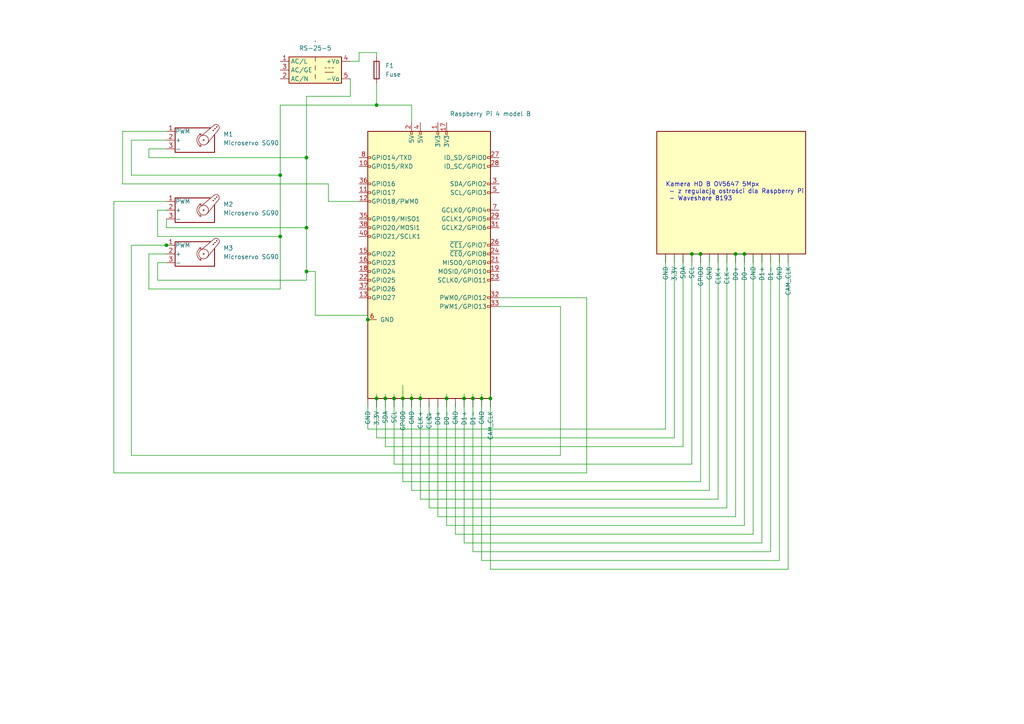
<source format=kicad_sch>
(kicad_sch (version 20230121) (generator eeschema)

  (uuid 8cecac87-9456-4611-8b09-fc9eb07c6f54)

  (paper "A4")

  (lib_symbols
    (symbol "Connector:Raspberry_Pi_2_3" (pin_names (offset 1.016)) (in_bom yes) (on_board yes)
      (property "Reference" "J1" (at 7.2741 35.56 0)
        (effects (font (size 1.27 1.27)) (justify left))
      )
      (property "Value" "Raspberry_Pi_2_3" (at 7.2741 33.02 0)
        (effects (font (size 1.27 1.27)) (justify left))
      )
      (property "Footprint" "" (at 0 0 0)
        (effects (font (size 1.27 1.27)) hide)
      )
      (property "Datasheet" "https://www.raspberrypi.org/documentation/hardware/raspberrypi/schematics/rpi_SCH_3bplus_1p0_reduced.pdf" (at 0 0 0)
        (effects (font (size 1.27 1.27)) hide)
      )
      (property "ki_keywords" "raspberrypi gpio" (at 0 0 0)
        (effects (font (size 1.27 1.27)) hide)
      )
      (property "ki_description" "expansion header for Raspberry Pi 2 & 3" (at 0 0 0)
        (effects (font (size 1.27 1.27)) hide)
      )
      (property "ki_fp_filters" "PinHeader*2x20*P2.54mm*Vertical* PinSocket*2x20*P2.54mm*Vertical*" (at 0 0 0)
        (effects (font (size 1.27 1.27)) hide)
      )
      (symbol "Raspberry_Pi_2_3_0_1"
        (rectangle (start -17.78 30.48) (end 17.78 -46.99)
          (stroke (width 0.254) (type default))
          (fill (type background))
        )
      )
      (symbol "Raspberry_Pi_2_3_1_1"
        (rectangle (start -16.891 -17.526) (end -17.78 -18.034)
          (stroke (width 0) (type default))
          (fill (type none))
        )
        (rectangle (start -16.891 -14.986) (end -17.78 -15.494)
          (stroke (width 0) (type default))
          (fill (type none))
        )
        (rectangle (start -16.891 -12.446) (end -17.78 -12.954)
          (stroke (width 0) (type default))
          (fill (type none))
        )
        (rectangle (start -16.891 -9.906) (end -17.78 -10.414)
          (stroke (width 0) (type default))
          (fill (type none))
        )
        (rectangle (start -16.891 -7.366) (end -17.78 -7.874)
          (stroke (width 0) (type default))
          (fill (type none))
        )
        (rectangle (start -16.891 -4.826) (end -17.78 -5.334)
          (stroke (width 0) (type default))
          (fill (type none))
        )
        (rectangle (start -16.891 0.254) (end -17.78 -0.254)
          (stroke (width 0) (type default))
          (fill (type none))
        )
        (rectangle (start -16.891 2.794) (end -17.78 2.286)
          (stroke (width 0) (type default))
          (fill (type none))
        )
        (rectangle (start -16.891 5.334) (end -17.78 4.826)
          (stroke (width 0) (type default))
          (fill (type none))
        )
        (rectangle (start -16.891 10.414) (end -17.78 9.906)
          (stroke (width 0) (type default))
          (fill (type none))
        )
        (rectangle (start -16.891 12.954) (end -17.78 12.446)
          (stroke (width 0) (type default))
          (fill (type none))
        )
        (rectangle (start -16.891 15.494) (end -17.78 14.986)
          (stroke (width 0) (type default))
          (fill (type none))
        )
        (rectangle (start -16.891 20.574) (end -17.78 20.066)
          (stroke (width 0) (type default))
          (fill (type none))
        )
        (rectangle (start -16.891 23.114) (end -17.78 22.606)
          (stroke (width 0) (type default))
          (fill (type none))
        )
        (rectangle (start -5.334 30.48) (end -4.826 29.591)
          (stroke (width 0) (type default))
          (fill (type none))
        )
        (rectangle (start -2.794 30.48) (end -2.286 29.591)
          (stroke (width 0) (type default))
          (fill (type none))
        )
        (rectangle (start 2.286 30.48) (end 2.794 29.591)
          (stroke (width 0) (type default))
          (fill (type none))
        )
        (rectangle (start 4.826 30.48) (end 5.334 29.591)
          (stroke (width 0) (type default))
          (fill (type none))
        )
        (rectangle (start 17.78 -20.066) (end 16.891 -20.574)
          (stroke (width 0) (type default))
          (fill (type none))
        )
        (rectangle (start 17.78 -17.526) (end 16.891 -18.034)
          (stroke (width 0) (type default))
          (fill (type none))
        )
        (rectangle (start 17.78 -12.446) (end 16.891 -12.954)
          (stroke (width 0) (type default))
          (fill (type none))
        )
        (rectangle (start 17.78 -9.906) (end 16.891 -10.414)
          (stroke (width 0) (type default))
          (fill (type none))
        )
        (rectangle (start 17.78 -7.366) (end 16.891 -7.874)
          (stroke (width 0) (type default))
          (fill (type none))
        )
        (rectangle (start 17.78 -4.826) (end 16.891 -5.334)
          (stroke (width 0) (type default))
          (fill (type none))
        )
        (rectangle (start 17.78 -2.286) (end 16.891 -2.794)
          (stroke (width 0) (type default))
          (fill (type none))
        )
        (rectangle (start 17.78 2.794) (end 16.891 2.286)
          (stroke (width 0) (type default))
          (fill (type none))
        )
        (rectangle (start 17.78 5.334) (end 16.891 4.826)
          (stroke (width 0) (type default))
          (fill (type none))
        )
        (rectangle (start 17.78 7.874) (end 16.891 7.366)
          (stroke (width 0) (type default))
          (fill (type none))
        )
        (rectangle (start 17.78 12.954) (end 16.891 12.446)
          (stroke (width 0) (type default))
          (fill (type none))
        )
        (rectangle (start 17.78 15.494) (end 16.891 14.986)
          (stroke (width 0) (type default))
          (fill (type none))
        )
        (rectangle (start 17.78 20.574) (end 16.891 20.066)
          (stroke (width 0) (type default))
          (fill (type none))
        )
        (rectangle (start 17.78 23.114) (end 16.891 22.606)
          (stroke (width 0) (type default))
          (fill (type none))
        )
        (pin power_out line (at -15.24 -46.99 270) (length 2.54)
          (name "3.3V" (effects (font (size 1.27 1.27))))
          (number "" (effects (font (size 1.27 1.27))))
        )
        (pin bidirectional line (at 17.78 -46.99 270) (length 2.54)
          (name "CAM_CLK" (effects (font (size 1.27 1.27))))
          (number "" (effects (font (size 1.27 1.27))))
        )
        (pin output line (at -2.54 -46.99 270) (length 2.54)
          (name "CLK+" (effects (font (size 1.27 1.27))))
          (number "" (effects (font (size 1.27 1.27))))
        )
        (pin output line (at 0 -46.99 270) (length 2.54)
          (name "CLK-" (effects (font (size 1.27 1.27))))
          (number "" (effects (font (size 1.27 1.27))))
        )
        (pin input line (at 2.54 -46.99 270) (length 2.54)
          (name "D0+" (effects (font (size 1.27 1.27))))
          (number "" (effects (font (size 1.27 1.27))))
        )
        (pin input line (at 5.08 -46.99 270) (length 2.54)
          (name "D0-" (effects (font (size 1.27 1.27))))
          (number "" (effects (font (size 1.27 1.27))))
        )
        (pin input line (at 10.16 -46.99 270) (length 2.54)
          (name "D1+" (effects (font (size 1.27 1.27))))
          (number "" (effects (font (size 1.27 1.27))))
        )
        (pin input line (at 12.7 -46.99 270) (length 2.54)
          (name "D1-" (effects (font (size 1.27 1.27))))
          (number "" (effects (font (size 1.27 1.27))))
        )
        (pin power_in line (at -17.78 -46.99 270) (length 2.54)
          (name "GND" (effects (font (size 1.27 1.27))))
          (number "" (effects (font (size 1.27 1.27))))
        )
        (pin power_in line (at -5.08 -46.99 270) (length 2.54)
          (name "GND" (effects (font (size 1.27 1.27))))
          (number "" (effects (font (size 1.27 1.27))))
        )
        (pin power_in line (at 7.62 -46.99 270) (length 2.54)
          (name "GND" (effects (font (size 1.27 1.27))))
          (number "" (effects (font (size 1.27 1.27))))
        )
        (pin power_in line (at 15.24 -46.99 270) (length 2.54)
          (name "GND" (effects (font (size 1.27 1.27))))
          (number "" (effects (font (size 1.27 1.27))))
        )
        (pin bidirectional line (at -7.62 -46.99 270) (length 2.54)
          (name "GPIO0" (effects (font (size 1.27 1.27))))
          (number "" (effects (font (size 1.27 1.27))))
        )
        (pin output line (at -10.16 -46.99 270) (length 2.54)
          (name "SCL" (effects (font (size 1.27 1.27))))
          (number "" (effects (font (size 1.27 1.27))))
        )
        (pin bidirectional line (at -12.7 -46.99 270) (length 2.54)
          (name "SDA" (effects (font (size 1.27 1.27))))
          (number "" (effects (font (size 1.27 1.27))))
        )
        (pin power_in line (at 2.54 33.02 270) (length 2.54)
          (name "3V3" (effects (font (size 1.27 1.27))))
          (number "1" (effects (font (size 1.27 1.27))))
        )
        (pin bidirectional line (at -20.32 20.32 0) (length 2.54)
          (name "GPIO15/RXD" (effects (font (size 1.27 1.27))))
          (number "10" (effects (font (size 1.27 1.27))))
        )
        (pin bidirectional line (at -20.32 12.7 0) (length 2.54)
          (name "GPIO17" (effects (font (size 1.27 1.27))))
          (number "11" (effects (font (size 1.27 1.27))))
        )
        (pin bidirectional line (at -20.32 10.16 0) (length 2.54)
          (name "GPIO18/PWM0" (effects (font (size 1.27 1.27))))
          (number "12" (effects (font (size 1.27 1.27))))
        )
        (pin bidirectional line (at -20.32 -17.78 0) (length 2.54)
          (name "GPIO27" (effects (font (size 1.27 1.27))))
          (number "13" (effects (font (size 1.27 1.27))))
        )
        (pin bidirectional line (at -20.32 -5.08 0) (length 2.54)
          (name "GPIO22" (effects (font (size 1.27 1.27))))
          (number "15" (effects (font (size 1.27 1.27))))
        )
        (pin bidirectional line (at -20.32 -7.62 0) (length 2.54)
          (name "GPIO23" (effects (font (size 1.27 1.27))))
          (number "16" (effects (font (size 1.27 1.27))))
        )
        (pin power_in line (at 5.08 33.02 270) (length 2.54)
          (name "3V3" (effects (font (size 1.27 1.27))))
          (number "17" (effects (font (size 1.27 1.27))))
        )
        (pin bidirectional line (at -20.32 -10.16 0) (length 2.54)
          (name "GPIO24" (effects (font (size 1.27 1.27))))
          (number "18" (effects (font (size 1.27 1.27))))
        )
        (pin bidirectional line (at 20.32 -10.16 180) (length 2.54)
          (name "MOSI0/GPIO10" (effects (font (size 1.27 1.27))))
          (number "19" (effects (font (size 1.27 1.27))))
        )
        (pin power_in line (at -5.08 33.02 270) (length 2.54)
          (name "5V" (effects (font (size 1.27 1.27))))
          (number "2" (effects (font (size 1.27 1.27))))
        )
        (pin bidirectional line (at 20.32 -7.62 180) (length 2.54)
          (name "MISO0/GPIO9" (effects (font (size 1.27 1.27))))
          (number "21" (effects (font (size 1.27 1.27))))
        )
        (pin bidirectional line (at -20.32 -12.7 0) (length 2.54)
          (name "GPIO25" (effects (font (size 1.27 1.27))))
          (number "22" (effects (font (size 1.27 1.27))))
        )
        (pin bidirectional line (at 20.32 -12.7 180) (length 2.54)
          (name "SCLK0/GPIO11" (effects (font (size 1.27 1.27))))
          (number "23" (effects (font (size 1.27 1.27))))
        )
        (pin bidirectional line (at 20.32 -5.08 180) (length 2.54)
          (name "~{CE0}/GPIO8" (effects (font (size 1.27 1.27))))
          (number "24" (effects (font (size 1.27 1.27))))
        )
        (pin bidirectional line (at 20.32 -2.54 180) (length 2.54)
          (name "~{CE1}/GPIO7" (effects (font (size 1.27 1.27))))
          (number "26" (effects (font (size 1.27 1.27))))
        )
        (pin bidirectional line (at 20.32 22.86 180) (length 2.54)
          (name "ID_SD/GPIO0" (effects (font (size 1.27 1.27))))
          (number "27" (effects (font (size 1.27 1.27))))
        )
        (pin bidirectional line (at 20.32 20.32 180) (length 2.54)
          (name "ID_SC/GPIO1" (effects (font (size 1.27 1.27))))
          (number "28" (effects (font (size 1.27 1.27))))
        )
        (pin bidirectional line (at 20.32 5.08 180) (length 2.54)
          (name "GCLK1/GPIO5" (effects (font (size 1.27 1.27))))
          (number "29" (effects (font (size 1.27 1.27))))
        )
        (pin bidirectional line (at 20.32 15.24 180) (length 2.54)
          (name "SDA/GPIO2" (effects (font (size 1.27 1.27))))
          (number "3" (effects (font (size 1.27 1.27))))
        )
        (pin bidirectional line (at 20.32 2.54 180) (length 2.54)
          (name "GCLK2/GPIO6" (effects (font (size 1.27 1.27))))
          (number "31" (effects (font (size 1.27 1.27))))
        )
        (pin bidirectional line (at 20.32 -17.78 180) (length 2.54)
          (name "PWM0/GPIO12" (effects (font (size 1.27 1.27))))
          (number "32" (effects (font (size 1.27 1.27))))
        )
        (pin bidirectional line (at 20.32 -20.32 180) (length 2.54)
          (name "PWM1/GPIO13" (effects (font (size 1.27 1.27))))
          (number "33" (effects (font (size 1.27 1.27))))
        )
        (pin bidirectional line (at -20.32 5.08 0) (length 2.54)
          (name "GPIO19/MISO1" (effects (font (size 1.27 1.27))))
          (number "35" (effects (font (size 1.27 1.27))))
        )
        (pin bidirectional line (at -20.32 15.24 0) (length 2.54)
          (name "GPIO16" (effects (font (size 1.27 1.27))))
          (number "36" (effects (font (size 1.27 1.27))))
        )
        (pin bidirectional line (at -20.32 -15.24 0) (length 2.54)
          (name "GPIO26" (effects (font (size 1.27 1.27))))
          (number "37" (effects (font (size 1.27 1.27))))
        )
        (pin bidirectional line (at -20.32 2.54 0) (length 2.54)
          (name "GPIO20/MOSI1" (effects (font (size 1.27 1.27))))
          (number "38" (effects (font (size 1.27 1.27))))
        )
        (pin power_in line (at -2.54 33.02 270) (length 2.54)
          (name "5V" (effects (font (size 1.27 1.27))))
          (number "4" (effects (font (size 1.27 1.27))))
        )
        (pin bidirectional line (at -20.32 0 0) (length 2.54)
          (name "GPIO21/SCLK1" (effects (font (size 1.27 1.27))))
          (number "40" (effects (font (size 1.27 1.27))))
        )
        (pin bidirectional line (at 20.32 12.7 180) (length 2.54)
          (name "SCL/GPIO3" (effects (font (size 1.27 1.27))))
          (number "5" (effects (font (size 1.27 1.27))))
        )
        (pin power_in line (at -17.78 -24.13 0) (length 2.54)
          (name "GND" (effects (font (size 1.27 1.27))))
          (number "6" (effects (font (size 1.27 1.27))))
        )
        (pin bidirectional line (at 20.32 7.62 180) (length 2.54)
          (name "GCLK0/GPIO4" (effects (font (size 1.27 1.27))))
          (number "7" (effects (font (size 1.27 1.27))))
        )
        (pin bidirectional line (at -20.32 22.86 0) (length 2.54)
          (name "GPIO14/TXD" (effects (font (size 1.27 1.27))))
          (number "8" (effects (font (size 1.27 1.27))))
        )
      )
    )
    (symbol "Converter_ACDC:IRM-20-5" (in_bom yes) (on_board yes)
      (property "Reference" "." (at 0 8.89 0)
        (effects (font (size 1.27 1.27)))
      )
      (property "Value" "RS-25-5" (at 0 6.35 0)
        (effects (font (size 1.27 1.27)))
      )
      (property "Footprint" "Converter_ACDC_MeanWell_RS-25-5" (at 0 -7.62 0)
        (effects (font (size 1.27 1.27)) hide)
      )
      (property "Datasheet" "https://www.meanwell.com" (at 10.16 -8.89 0)
        (effects (font (size 1.27 1.27)) hide)
      )
      (property "ki_keywords" "Miniature Module-type Power Supply MeanWell" (at 0 0 0)
        (effects (font (size 1.27 1.27)) hide)
      )
      (property "ki_description" "5V, 4A, 20W, Isolated, AC-DC, 219A(IRM20)" (at 0 0 0)
        (effects (font (size 1.27 1.27)) hide)
      )
      (property "ki_fp_filters" "Converter*ACDC*MeanWell*IRM*20*THT*" (at 0 0 0)
        (effects (font (size 1.27 1.27)) hide)
      )
      (symbol "IRM-20-5_0_1"
        (rectangle (start -7.62 3.81) (end 7.62 -3.81)
          (stroke (width 0.254) (type default))
          (fill (type background))
        )
        (polyline
          (pts
            (xy 0 -1.27)
            (xy 0 -2.54)
          )
          (stroke (width 0) (type default))
          (fill (type none))
        )
        (polyline
          (pts
            (xy 0 1.27)
            (xy 0 0)
          )
          (stroke (width 0) (type default))
          (fill (type none))
        )
        (polyline
          (pts
            (xy 0 3.81)
            (xy 0 2.54)
          )
          (stroke (width 0) (type default))
          (fill (type none))
        )
        (polyline
          (pts
            (xy 2.794 -0.635)
            (xy 5.334 -0.635)
          )
          (stroke (width 0) (type default))
          (fill (type none))
        )
        (polyline
          (pts
            (xy 2.794 0.635)
            (xy 3.302 0.635)
          )
          (stroke (width 0) (type default))
          (fill (type none))
        )
        (polyline
          (pts
            (xy 3.81 0.635)
            (xy 4.318 0.635)
          )
          (stroke (width 0) (type default))
          (fill (type none))
        )
        (polyline
          (pts
            (xy 4.826 0.635)
            (xy 5.334 0.635)
          )
          (stroke (width 0) (type default))
          (fill (type none))
        )
      )
      (symbol "IRM-20-5_1_1"
        (pin power_in line (at -10.16 2.54 0) (length 2.54)
          (name "AC/L" (effects (font (size 1.27 1.27))))
          (number "1" (effects (font (size 1.27 1.27))))
        )
        (pin power_in line (at -10.16 -2.54 0) (length 2.54)
          (name "AC/N" (effects (font (size 1.27 1.27))))
          (number "2" (effects (font (size 1.27 1.27))))
        )
        (pin power_in line (at -10.16 0 0) (length 2.54)
          (name "AC/GE" (effects (font (size 1.27 1.27))))
          (number "3" (effects (font (size 1.27 1.27))))
        )
        (pin power_out line (at 10.16 2.54 180) (length 2.54)
          (name "+Vo" (effects (font (size 1.27 1.27))))
          (number "4" (effects (font (size 1.27 1.27))))
        )
        (pin power_out line (at 10.16 -2.54 180) (length 2.54)
          (name "-Vo" (effects (font (size 1.27 1.27))))
          (number "5" (effects (font (size 1.27 1.27))))
        )
      )
    )
    (symbol "Device:Fuse" (pin_numbers hide) (pin_names (offset 0)) (in_bom yes) (on_board yes)
      (property "Reference" "F" (at 2.032 0 90)
        (effects (font (size 1.27 1.27)))
      )
      (property "Value" "Fuse" (at -1.905 0 90)
        (effects (font (size 1.27 1.27)))
      )
      (property "Footprint" "" (at -1.778 0 90)
        (effects (font (size 1.27 1.27)) hide)
      )
      (property "Datasheet" "~" (at 0 0 0)
        (effects (font (size 1.27 1.27)) hide)
      )
      (property "ki_keywords" "fuse" (at 0 0 0)
        (effects (font (size 1.27 1.27)) hide)
      )
      (property "ki_description" "Fuse" (at 0 0 0)
        (effects (font (size 1.27 1.27)) hide)
      )
      (property "ki_fp_filters" "*Fuse*" (at 0 0 0)
        (effects (font (size 1.27 1.27)) hide)
      )
      (symbol "Fuse_0_1"
        (rectangle (start -0.762 -2.54) (end 0.762 2.54)
          (stroke (width 0.254) (type default))
          (fill (type none))
        )
        (polyline
          (pts
            (xy 0 2.54)
            (xy 0 -2.54)
          )
          (stroke (width 0) (type default))
          (fill (type none))
        )
      )
      (symbol "Fuse_1_1"
        (pin passive line (at 0 3.81 270) (length 1.27)
          (name "~" (effects (font (size 1.27 1.27))))
          (number "1" (effects (font (size 1.27 1.27))))
        )
        (pin passive line (at 0 -3.81 90) (length 1.27)
          (name "~" (effects (font (size 1.27 1.27))))
          (number "2" (effects (font (size 1.27 1.27))))
        )
      )
    )
    (symbol "Motor:Motor_Servo" (pin_names (offset 0.0254)) (in_bom yes) (on_board yes)
      (property "Reference" "M" (at -5.08 4.445 0)
        (effects (font (size 1.27 1.27)) (justify left))
      )
      (property "Value" "Motor_Servo" (at -5.08 -4.064 0)
        (effects (font (size 1.27 1.27)) (justify left top))
      )
      (property "Footprint" "" (at 0 -4.826 0)
        (effects (font (size 1.27 1.27)) hide)
      )
      (property "Datasheet" "http://forums.parallax.com/uploads/attachments/46831/74481.png" (at 0 -4.826 0)
        (effects (font (size 1.27 1.27)) hide)
      )
      (property "ki_keywords" "Servo Motor" (at 0 0 0)
        (effects (font (size 1.27 1.27)) hide)
      )
      (property "ki_description" "Servo Motor (Futaba, HiTec, JR connector)" (at 0 0 0)
        (effects (font (size 1.27 1.27)) hide)
      )
      (property "ki_fp_filters" "PinHeader*P2.54mm*" (at 0 0 0)
        (effects (font (size 1.27 1.27)) hide)
      )
      (symbol "Motor_Servo_0_1"
        (polyline
          (pts
            (xy 2.413 -1.778)
            (xy 2.032 -1.778)
          )
          (stroke (width 0) (type default))
          (fill (type none))
        )
        (polyline
          (pts
            (xy 2.413 -1.778)
            (xy 2.286 -1.397)
          )
          (stroke (width 0) (type default))
          (fill (type none))
        )
        (polyline
          (pts
            (xy 2.413 1.778)
            (xy 1.905 1.778)
          )
          (stroke (width 0) (type default))
          (fill (type none))
        )
        (polyline
          (pts
            (xy 2.413 1.778)
            (xy 2.286 1.397)
          )
          (stroke (width 0) (type default))
          (fill (type none))
        )
        (polyline
          (pts
            (xy 6.35 4.445)
            (xy 2.54 1.27)
          )
          (stroke (width 0) (type default))
          (fill (type none))
        )
        (polyline
          (pts
            (xy 7.62 3.175)
            (xy 4.191 -1.016)
          )
          (stroke (width 0) (type default))
          (fill (type none))
        )
        (polyline
          (pts
            (xy 5.08 3.556)
            (xy -5.08 3.556)
            (xy -5.08 -3.556)
            (xy 6.35 -3.556)
            (xy 6.35 1.524)
          )
          (stroke (width 0.254) (type default))
          (fill (type none))
        )
        (arc (start 2.413 1.778) (mid 1.2406 0) (end 2.413 -1.778)
          (stroke (width 0) (type default))
          (fill (type none))
        )
        (circle (center 3.175 0) (radius 0.1778)
          (stroke (width 0) (type default))
          (fill (type none))
        )
        (circle (center 3.175 0) (radius 1.4224)
          (stroke (width 0) (type default))
          (fill (type none))
        )
        (circle (center 5.969 2.794) (radius 0.127)
          (stroke (width 0) (type default))
          (fill (type none))
        )
        (circle (center 6.477 3.302) (radius 0.127)
          (stroke (width 0) (type default))
          (fill (type none))
        )
        (circle (center 6.985 3.81) (radius 0.127)
          (stroke (width 0) (type default))
          (fill (type none))
        )
        (arc (start 7.62 3.175) (mid 7.4485 4.2735) (end 6.35 4.445)
          (stroke (width 0) (type default))
          (fill (type none))
        )
      )
      (symbol "Motor_Servo_1_1"
        (pin passive line (at -7.62 2.54 0) (length 2.54)
          (name "PWM" (effects (font (size 1.27 1.27))))
          (number "1" (effects (font (size 1.27 1.27))))
        )
        (pin passive line (at -7.62 0 0) (length 2.54)
          (name "+" (effects (font (size 1.27 1.27))))
          (number "2" (effects (font (size 1.27 1.27))))
        )
        (pin passive line (at -7.62 -2.54 0) (length 2.54)
          (name "-" (effects (font (size 1.27 1.27))))
          (number "3" (effects (font (size 1.27 1.27))))
        )
      )
    )
    (symbol "Sensor_Optical:Flir_LEPTON" (pin_names (offset 1.016)) (in_bom yes) (on_board yes)
      (property "Reference" "U1" (at 4.7341 22.86 0)
        (effects (font (size 1.27 1.27)) (justify left))
      )
      (property "Value" "Flir_LEPTON" (at 4.7341 20.32 0)
        (effects (font (size 1.27 1.27)) (justify left))
      )
      (property "Footprint" "" (at -17.78 19.05 0)
        (effects (font (size 1.27 1.27)) hide)
      )
      (property "Datasheet" "https://cdn.sparkfun.com/datasheets/Sensors/Infrared/FLIR_Lepton_Data_Brief.pdf" (at -15.24 21.59 0)
        (effects (font (size 1.27 1.27)) hide)
      )
      (property "ki_keywords" "LWIR camera" (at 0 0 0)
        (effects (font (size 1.27 1.27)) hide)
      )
      (property "ki_description" "LWIR camera 8 to 14um 80x60 pixel" (at 0 0 0)
        (effects (font (size 1.27 1.27)) hide)
      )
      (property "ki_fp_filters" "*105028*1001* *105028*2011*" (at 0 0 0)
        (effects (font (size 1.27 1.27)) hide)
      )
      (symbol "Flir_LEPTON_0_1"
        (rectangle (start -15.24 17.78) (end 27.94 -17.78)
          (stroke (width 0.254) (type default))
          (fill (type background))
        )
      )
      (symbol "Flir_LEPTON_1_1"
        (pin power_out line (at -10.16 -17.78 270) (length 2.54)
          (name "3.3V" (effects (font (size 1.27 1.27))))
          (number "" (effects (font (size 1.27 1.27))))
        )
        (pin bidirectional line (at 22.86 -17.78 270) (length 2.54)
          (name "CAM_CLK" (effects (font (size 1.27 1.27))))
          (number "" (effects (font (size 1.27 1.27))))
        )
        (pin output line (at 2.54 -17.78 270) (length 2.54)
          (name "CLK+" (effects (font (size 1.27 1.27))))
          (number "" (effects (font (size 1.27 1.27))))
        )
        (pin output line (at 5.08 -17.78 270) (length 2.54)
          (name "CLK-" (effects (font (size 1.27 1.27))))
          (number "" (effects (font (size 1.27 1.27))))
        )
        (pin input line (at 7.62 -17.78 270) (length 2.54)
          (name "D0+" (effects (font (size 1.27 1.27))))
          (number "" (effects (font (size 1.27 1.27))))
        )
        (pin input line (at 10.16 -17.78 270) (length 2.54)
          (name "D0-" (effects (font (size 1.27 1.27))))
          (number "" (effects (font (size 1.27 1.27))))
        )
        (pin input line (at 15.24 -17.78 270) (length 2.54)
          (name "D1+" (effects (font (size 1.27 1.27))))
          (number "" (effects (font (size 1.27 1.27))))
        )
        (pin input line (at 17.78 -17.78 270) (length 2.54)
          (name "D1-" (effects (font (size 1.27 1.27))))
          (number "" (effects (font (size 1.27 1.27))))
        )
        (pin power_in line (at -12.7 -17.78 270) (length 2.54)
          (name "GND" (effects (font (size 1.27 1.27))))
          (number "" (effects (font (size 1.27 1.27))))
        )
        (pin power_in line (at 0 -17.78 270) (length 2.54)
          (name "GND" (effects (font (size 1.27 1.27))))
          (number "" (effects (font (size 1.27 1.27))))
        )
        (pin power_in line (at 12.7 -17.78 270) (length 2.54)
          (name "GND" (effects (font (size 1.27 1.27))))
          (number "" (effects (font (size 1.27 1.27))))
        )
        (pin power_in line (at 20.32 -17.78 270) (length 2.54)
          (name "GND" (effects (font (size 1.27 1.27))))
          (number "" (effects (font (size 1.27 1.27))))
        )
        (pin bidirectional line (at -2.54 -17.78 270) (length 2.54)
          (name "GPIO0" (effects (font (size 1.27 1.27))))
          (number "" (effects (font (size 1.27 1.27))))
        )
        (pin output line (at -5.08 -17.78 270) (length 2.54)
          (name "SCL" (effects (font (size 1.27 1.27))))
          (number "" (effects (font (size 1.27 1.27))))
        )
        (pin bidirectional line (at -7.62 -17.78 270) (length 2.54)
          (name "SDA" (effects (font (size 1.27 1.27))))
          (number "" (effects (font (size 1.27 1.27))))
        )
      )
    )
  )

  (junction (at 106.68 92.71) (diameter 0) (color 0 0 0 0)
    (uuid 02f90309-ea05-4695-af74-2867e86f24b8)
  )
  (junction (at 116.84 115.57) (diameter 0) (color 0 0 0 0)
    (uuid 24a6f0be-ad99-4581-9ce3-aa6457b36502)
  )
  (junction (at 81.28 68.58) (diameter 0) (color 0 0 0 0)
    (uuid 28a027a2-c1d5-4480-a94b-9e7059a807b5)
  )
  (junction (at 203.2 73.66) (diameter 0) (color 0 0 0 0)
    (uuid 42b334c0-e751-461f-806a-1725e9dd82b4)
  )
  (junction (at 215.9 73.66) (diameter 0) (color 0 0 0 0)
    (uuid 534d3745-3bda-4ef3-83e3-48e8bf3a86e7)
  )
  (junction (at 88.9 66.04) (diameter 0) (color 0 0 0 0)
    (uuid 5c75effb-9e23-4022-812b-697db750bafa)
  )
  (junction (at 200.66 73.66) (diameter 0) (color 0 0 0 0)
    (uuid 60802c26-fa59-4bc2-a2bd-d90caefe41ce)
  )
  (junction (at 81.28 50.8) (diameter 0) (color 0 0 0 0)
    (uuid 657463b7-80f8-4c61-90f6-315b7520ae27)
  )
  (junction (at 129.54 115.57) (diameter 0) (color 0 0 0 0)
    (uuid 68d8c465-1d6f-46e4-adf5-cfbabf778bf0)
  )
  (junction (at 111.76 115.57) (diameter 0) (color 0 0 0 0)
    (uuid 77481c2b-db26-4711-b8a6-42cd8066616b)
  )
  (junction (at 109.22 115.57) (diameter 0) (color 0 0 0 0)
    (uuid 82d447ea-c3fd-4bc6-a001-d441fdb2bdc9)
  )
  (junction (at 137.16 115.57) (diameter 0) (color 0 0 0 0)
    (uuid 9259992e-3801-41c2-854d-88d6788e70d0)
  )
  (junction (at 213.36 73.66) (diameter 0) (color 0 0 0 0)
    (uuid 9580e77a-1f5d-4384-af01-5957b7fbb994)
  )
  (junction (at 134.62 115.57) (diameter 0) (color 0 0 0 0)
    (uuid ae43b9d9-843c-4b9a-8632-4f0acbb6e5a8)
  )
  (junction (at 48.26 71.12) (diameter 0) (color 0 0 0 0)
    (uuid b07ca544-0f4d-4586-a50b-d969d95128b9)
  )
  (junction (at 139.7 115.57) (diameter 0) (color 0 0 0 0)
    (uuid be807580-2d30-49dc-ba30-5697aa73c68b)
  )
  (junction (at 119.38 115.57) (diameter 0) (color 0 0 0 0)
    (uuid c1b018aa-2f9a-4d2b-a0af-e32bb2729570)
  )
  (junction (at 142.24 115.57) (diameter 0) (color 0 0 0 0)
    (uuid c5ab090e-c5ae-4a84-8a29-9c08c9e1abcf)
  )
  (junction (at 109.22 30.48) (diameter 0) (color 0 0 0 0)
    (uuid cb93cfed-aaf1-430e-a383-03a4f1c472e1)
  )
  (junction (at 88.9 45.72) (diameter 0) (color 0 0 0 0)
    (uuid cdea9cd5-8875-42ea-8797-9e3460c8cceb)
  )
  (junction (at 121.92 115.57) (diameter 0) (color 0 0 0 0)
    (uuid d48994dd-7f08-4dab-b7c7-029db6758e8b)
  )
  (junction (at 114.3 115.57) (diameter 0) (color 0 0 0 0)
    (uuid e02b01d8-d7b3-42ce-8dde-ca0b6e63b7b9)
  )
  (junction (at 88.9 78.74) (diameter 0) (color 0 0 0 0)
    (uuid f25612ea-c2a0-42e2-a334-a00e2fd0d1cb)
  )

  (wire (pts (xy 170.18 86.36) (xy 144.78 86.36))
    (stroke (width 0) (type default))
    (uuid 031f81f7-1231-424c-bbb3-2bbef35b2aae)
  )
  (wire (pts (xy 106.68 124.46) (xy 193.04 124.46))
    (stroke (width 0) (type default))
    (uuid 0671c68f-1b9a-4152-bf45-3b6e31968366)
  )
  (wire (pts (xy 124.46 147.32) (xy 210.82 147.32))
    (stroke (width 0) (type default))
    (uuid 06829197-5ce6-4fe7-b051-fe18ccdd4bdc)
  )
  (wire (pts (xy 116.84 111.76) (xy 116.84 115.57))
    (stroke (width 0) (type default))
    (uuid 0915d972-54cb-4fb2-a5e7-2adc56ff0267)
  )
  (wire (pts (xy 109.22 24.13) (xy 109.22 30.48))
    (stroke (width 0) (type default))
    (uuid 09a3a8e8-8163-4812-9465-6b652c82e415)
  )
  (wire (pts (xy 132.08 154.94) (xy 218.44 154.94))
    (stroke (width 0) (type default))
    (uuid 0dc7c9a6-59a1-4fd0-a2ff-3b8d2e32b323)
  )
  (wire (pts (xy 220.98 157.48) (xy 220.98 73.66))
    (stroke (width 0) (type default))
    (uuid 0f754af5-997e-490b-8c02-0d478f0638c4)
  )
  (wire (pts (xy 162.56 132.08) (xy 162.56 88.9))
    (stroke (width 0) (type default))
    (uuid 10cb4c09-f1d4-4a8b-ab15-26e0317b3735)
  )
  (wire (pts (xy 208.28 73.66) (xy 208.28 144.78))
    (stroke (width 0) (type default))
    (uuid 21d5975b-1465-452e-bb89-5bf5b43929b3)
  )
  (wire (pts (xy 198.12 129.54) (xy 198.12 73.66))
    (stroke (width 0) (type default))
    (uuid 23353d4f-2fd4-4c98-a3ee-831f09ce98b1)
  )
  (wire (pts (xy 132.08 116.84) (xy 132.08 154.94))
    (stroke (width 0) (type default))
    (uuid 259c5239-677d-4ba6-bd7f-21fc358314eb)
  )
  (wire (pts (xy 129.54 114.3) (xy 129.54 115.57))
    (stroke (width 0) (type default))
    (uuid 266553d6-6d6b-489c-81e0-6b750020edca)
  )
  (wire (pts (xy 88.9 78.74) (xy 88.9 81.28))
    (stroke (width 0) (type default))
    (uuid 27bd95bd-dd96-42f2-b0b9-266e3e486b99)
  )
  (wire (pts (xy 226.06 162.56) (xy 226.06 73.66))
    (stroke (width 0) (type default))
    (uuid 2948f2e2-c118-4272-8736-a8ca1bf8c772)
  )
  (wire (pts (xy 111.76 115.57) (xy 111.76 129.54))
    (stroke (width 0) (type default))
    (uuid 29a17ff1-038a-432f-90b5-4d5ff124a346)
  )
  (wire (pts (xy 35.56 53.34) (xy 95.25 53.34))
    (stroke (width 0) (type default))
    (uuid 2b00ffe7-2060-4967-9542-4327c194311c)
  )
  (wire (pts (xy 119.38 35.56) (xy 119.38 30.48))
    (stroke (width 0) (type default))
    (uuid 31001c64-1fce-4058-b70d-32f2fadceb59)
  )
  (wire (pts (xy 127 116.84) (xy 127 149.86))
    (stroke (width 0) (type default))
    (uuid 362158af-d3ab-42fe-a1bf-629761742781)
  )
  (wire (pts (xy 38.1 71.12) (xy 48.26 71.12))
    (stroke (width 0) (type default))
    (uuid 38abd5e8-c537-4e1c-bfb0-cd11b8456b98)
  )
  (wire (pts (xy 38.1 50.8) (xy 38.1 40.64))
    (stroke (width 0) (type default))
    (uuid 418790d7-aac3-428f-b9b1-bcd1d2a0d704)
  )
  (wire (pts (xy 45.72 60.96) (xy 48.26 60.96))
    (stroke (width 0) (type default))
    (uuid 449a2757-4320-4a4c-a69f-86ee708829b9)
  )
  (wire (pts (xy 81.28 68.58) (xy 81.28 83.82))
    (stroke (width 0) (type default))
    (uuid 44e3e2dc-0a54-4ce6-a27e-38624f291cff)
  )
  (wire (pts (xy 109.22 30.48) (xy 81.28 30.48))
    (stroke (width 0) (type default))
    (uuid 4582085a-2062-4527-921b-ee63c1b5434f)
  )
  (wire (pts (xy 43.18 83.82) (xy 81.28 83.82))
    (stroke (width 0) (type default))
    (uuid 45867ec2-9781-4330-9265-3f029d6c05d5)
  )
  (wire (pts (xy 95.25 53.34) (xy 95.25 58.42))
    (stroke (width 0) (type default))
    (uuid 4687fb88-a17b-4a2b-ac24-a178bd9256a6)
  )
  (wire (pts (xy 43.18 73.66) (xy 48.26 73.66))
    (stroke (width 0) (type default))
    (uuid 4ade6e0e-3fb7-4f7a-824d-43896c678441)
  )
  (wire (pts (xy 121.92 144.78) (xy 208.28 144.78))
    (stroke (width 0) (type default))
    (uuid 4b13ed0f-bc35-4a47-800e-7bc58265f227)
  )
  (wire (pts (xy 38.1 50.8) (xy 81.28 50.8))
    (stroke (width 0) (type default))
    (uuid 4f4fa56a-01d3-4e43-a8de-2ebe1eacb201)
  )
  (wire (pts (xy 210.82 73.66) (xy 210.82 147.32))
    (stroke (width 0) (type default))
    (uuid 53d96cb0-0b56-4cf0-aa2e-4b6aca255861)
  )
  (wire (pts (xy 200.66 73.66) (xy 200.66 134.62))
    (stroke (width 0) (type default))
    (uuid 570123db-99b1-4c37-aa27-34c1b43e0b55)
  )
  (wire (pts (xy 45.72 68.58) (xy 81.28 68.58))
    (stroke (width 0) (type default))
    (uuid 5742b9cc-2c02-4ebc-b7ef-aacc6c847c4c)
  )
  (wire (pts (xy 215.9 152.4) (xy 215.9 73.66))
    (stroke (width 0) (type default))
    (uuid 600af71d-5c0f-4d81-8abd-60180dc313b7)
  )
  (wire (pts (xy 109.22 15.24) (xy 109.22 16.51))
    (stroke (width 0) (type default))
    (uuid 60a09d55-d0a5-4911-8e09-e383e354e58c)
  )
  (wire (pts (xy 121.92 114.3) (xy 121.92 115.57))
    (stroke (width 0) (type default))
    (uuid 63755248-e9a7-4293-9bc6-e8979c7ad671)
  )
  (wire (pts (xy 137.16 114.3) (xy 137.16 115.57))
    (stroke (width 0) (type default))
    (uuid 640bcd3d-ae5f-4fa1-9fde-7159bac2813d)
  )
  (wire (pts (xy 81.28 30.48) (xy 81.28 50.8))
    (stroke (width 0) (type default))
    (uuid 66043843-572b-4db6-bc95-ea6192c76f63)
  )
  (wire (pts (xy 48.26 43.18) (xy 43.18 43.18))
    (stroke (width 0) (type default))
    (uuid 6d53c679-9441-4044-a0b7-231d92c90669)
  )
  (wire (pts (xy 139.7 115.57) (xy 139.7 162.56))
    (stroke (width 0) (type default))
    (uuid 6fd964de-7ac8-4efa-8c42-987e59f479e0)
  )
  (wire (pts (xy 111.76 114.3) (xy 111.76 115.57))
    (stroke (width 0) (type default))
    (uuid 7104677d-fb46-4015-858a-a90634d0000b)
  )
  (wire (pts (xy 162.56 88.9) (xy 144.78 88.9))
    (stroke (width 0) (type default))
    (uuid 717feed0-63ea-4d95-a263-0f092de159ca)
  )
  (wire (pts (xy 43.18 83.82) (xy 43.18 73.66))
    (stroke (width 0) (type default))
    (uuid 7222301f-d6d6-46d3-8859-71d23c59e118)
  )
  (wire (pts (xy 104.14 15.24) (xy 104.14 17.78))
    (stroke (width 0) (type default))
    (uuid 7741dd71-13d0-445c-b5b6-da66d6f1e312)
  )
  (wire (pts (xy 38.1 40.64) (xy 48.26 40.64))
    (stroke (width 0) (type default))
    (uuid 788bfbf6-9aef-4d82-afb4-9dc07141176c)
  )
  (wire (pts (xy 95.25 58.42) (xy 104.14 58.42))
    (stroke (width 0) (type default))
    (uuid 7c5135ae-7ff1-4838-bee3-cde41654c1ae)
  )
  (wire (pts (xy 213.36 73.66) (xy 213.36 149.86))
    (stroke (width 0) (type default))
    (uuid 7ec79609-3f62-4629-a1fe-b021174f337e)
  )
  (wire (pts (xy 119.38 114.3) (xy 119.38 115.57))
    (stroke (width 0) (type default))
    (uuid 7f390e51-8a1d-41dd-9eac-8e61ea83ef19)
  )
  (wire (pts (xy 48.26 71.12) (xy 49.53 71.12))
    (stroke (width 0) (type default))
    (uuid 8014b59f-34f9-423a-89cd-1b49c5ceac87)
  )
  (wire (pts (xy 48.26 76.2) (xy 45.72 76.2))
    (stroke (width 0) (type default))
    (uuid 84f3096a-f55c-4f5d-8034-97d54a459d32)
  )
  (wire (pts (xy 81.28 50.8) (xy 81.28 68.58))
    (stroke (width 0) (type default))
    (uuid 86c35bee-e4a3-4ecc-b280-8f298ef21f41)
  )
  (wire (pts (xy 124.46 116.84) (xy 124.46 147.32))
    (stroke (width 0) (type default))
    (uuid 8782ff51-bea6-4c35-8a10-cab5b078a5b9)
  )
  (wire (pts (xy 88.9 45.72) (xy 88.9 66.04))
    (stroke (width 0) (type default))
    (uuid 8e458390-19b3-46de-9133-13a0d88f6867)
  )
  (wire (pts (xy 218.44 73.66) (xy 218.44 154.94))
    (stroke (width 0) (type default))
    (uuid 8e55c16f-3cd4-4035-8480-ea04a0501fbd)
  )
  (wire (pts (xy 109.22 114.3) (xy 109.22 115.57))
    (stroke (width 0) (type default))
    (uuid 8ef51a12-1051-433a-87c5-3c4aceec6a1c)
  )
  (wire (pts (xy 129.54 152.4) (xy 215.9 152.4))
    (stroke (width 0) (type default))
    (uuid 9147dc80-5aab-43e5-83ed-17f7a6f51035)
  )
  (wire (pts (xy 116.84 115.57) (xy 116.84 139.7))
    (stroke (width 0) (type default))
    (uuid 9164c73e-5dad-4174-959f-eb25fdf9e2d5)
  )
  (wire (pts (xy 106.68 91.44) (xy 91.44 91.44))
    (stroke (width 0) (type default))
    (uuid 916ae6f3-dbe4-4bc2-bbe0-301f588fc72c)
  )
  (wire (pts (xy 43.18 45.72) (xy 88.9 45.72))
    (stroke (width 0) (type default))
    (uuid 93ac6f19-6d36-4bdb-a9a7-44a42798045f)
  )
  (wire (pts (xy 109.22 115.57) (xy 109.22 127))
    (stroke (width 0) (type default))
    (uuid 94ffd9b2-b402-47e1-967f-46b6bcc15672)
  )
  (wire (pts (xy 137.16 160.02) (xy 223.52 160.02))
    (stroke (width 0) (type default))
    (uuid 968c6a43-cc2c-4126-8089-fc8d646255b0)
  )
  (wire (pts (xy 114.3 114.3) (xy 114.3 115.57))
    (stroke (width 0) (type default))
    (uuid 97621d93-2ee8-4889-b624-dd2f1c42fba7)
  )
  (wire (pts (xy 101.6 17.78) (xy 104.14 17.78))
    (stroke (width 0) (type default))
    (uuid 9dd2fc0e-a577-4042-b1f4-89f90970cf06)
  )
  (wire (pts (xy 137.16 115.57) (xy 137.16 160.02))
    (stroke (width 0) (type default))
    (uuid a29cb276-c0e4-4999-b0aa-c4c26071d21e)
  )
  (wire (pts (xy 116.84 139.7) (xy 203.2 139.7))
    (stroke (width 0) (type default))
    (uuid a5e689d7-ff9f-48c1-9970-4a8dffb775b0)
  )
  (wire (pts (xy 203.2 73.66) (xy 203.2 139.7))
    (stroke (width 0) (type default))
    (uuid a8cf8ed6-80b6-43f6-8309-ee88fe79c8e2)
  )
  (wire (pts (xy 129.54 115.57) (xy 129.54 152.4))
    (stroke (width 0) (type default))
    (uuid a9c8425d-bdc8-4778-a8a6-1f379c6d87e6)
  )
  (wire (pts (xy 119.38 115.57) (xy 119.38 142.24))
    (stroke (width 0) (type default))
    (uuid ab90439e-cf96-4ae8-98e6-9222ab2d3d49)
  )
  (wire (pts (xy 114.3 134.62) (xy 200.66 134.62))
    (stroke (width 0) (type default))
    (uuid ac0fc175-8d77-4431-90db-54955b9361d1)
  )
  (wire (pts (xy 43.18 43.18) (xy 43.18 45.72))
    (stroke (width 0) (type default))
    (uuid b4b8816f-52b9-419a-9a5c-7c871b494119)
  )
  (wire (pts (xy 35.56 38.1) (xy 35.56 53.34))
    (stroke (width 0) (type default))
    (uuid b5f2f018-49c0-425b-8296-a66922796642)
  )
  (wire (pts (xy 45.72 81.28) (xy 88.9 81.28))
    (stroke (width 0) (type default))
    (uuid b659e76c-5d9a-4c75-b1bb-9387a522e9d0)
  )
  (wire (pts (xy 205.74 73.66) (xy 205.74 142.24))
    (stroke (width 0) (type default))
    (uuid b6e072c6-a4fd-4dda-bcf9-969f2b6cce3a)
  )
  (wire (pts (xy 88.9 27.94) (xy 88.9 45.72))
    (stroke (width 0) (type default))
    (uuid b819c11b-2b06-427e-9abe-be1f2dc7efe2)
  )
  (wire (pts (xy 109.22 30.48) (xy 119.38 30.48))
    (stroke (width 0) (type default))
    (uuid bbd722eb-100e-4262-bd86-29c11ddebd32)
  )
  (wire (pts (xy 91.44 78.74) (xy 88.9 78.74))
    (stroke (width 0) (type default))
    (uuid bca0bf52-39d4-4625-9bc0-ced76e9c8dbd)
  )
  (wire (pts (xy 101.6 22.86) (xy 101.6 27.94))
    (stroke (width 0) (type default))
    (uuid c00e1ff5-406e-4bf4-94ac-41b5570d042d)
  )
  (wire (pts (xy 38.1 132.08) (xy 162.56 132.08))
    (stroke (width 0) (type default))
    (uuid c1aea448-ba20-4b3e-a312-45bc7e719adc)
  )
  (wire (pts (xy 228.6 73.66) (xy 228.6 165.1))
    (stroke (width 0) (type default))
    (uuid c37d1e39-c0b8-4792-99da-61270af20fd4)
  )
  (wire (pts (xy 114.3 115.57) (xy 114.3 134.62))
    (stroke (width 0) (type default))
    (uuid c485db09-9280-4f09-9e4f-06ebfb2dc81b)
  )
  (wire (pts (xy 45.72 68.58) (xy 45.72 60.96))
    (stroke (width 0) (type default))
    (uuid c5510047-1d88-40fd-a1b7-81a3f441ad61)
  )
  (wire (pts (xy 134.62 115.57) (xy 134.62 157.48))
    (stroke (width 0) (type default))
    (uuid cbc52bbd-f82f-497f-83ee-48373759824d)
  )
  (wire (pts (xy 48.26 38.1) (xy 35.56 38.1))
    (stroke (width 0) (type default))
    (uuid cbecc49b-46f0-453b-9a57-8ef3712fadbd)
  )
  (wire (pts (xy 88.9 66.04) (xy 88.9 78.74))
    (stroke (width 0) (type default))
    (uuid ceb8df5a-99d9-4650-a6fb-594d8fa5487f)
  )
  (wire (pts (xy 142.24 115.57) (xy 142.24 165.1))
    (stroke (width 0) (type default))
    (uuid d328a8ce-96ed-4a6f-9a78-b0c1388f03df)
  )
  (wire (pts (xy 142.24 165.1) (xy 228.6 165.1))
    (stroke (width 0) (type default))
    (uuid daacb257-2bab-4e33-bf5a-b080cc42bc7c)
  )
  (wire (pts (xy 139.7 162.56) (xy 226.06 162.56))
    (stroke (width 0) (type default))
    (uuid db161f09-4774-4823-9a62-c8af3aac2f4f)
  )
  (wire (pts (xy 45.72 76.2) (xy 45.72 81.28))
    (stroke (width 0) (type default))
    (uuid db9e9a55-4b03-42f1-b612-8ecb095306d5)
  )
  (wire (pts (xy 195.58 127) (xy 195.58 73.66))
    (stroke (width 0) (type default))
    (uuid de1bcadd-a177-4de1-96e1-3b7b3ceedf33)
  )
  (wire (pts (xy 38.1 71.12) (xy 38.1 132.08))
    (stroke (width 0) (type default))
    (uuid e54d74dd-ce45-49ea-9abe-6e55387caf03)
  )
  (wire (pts (xy 106.68 92.71) (xy 106.68 91.44))
    (stroke (width 0) (type default))
    (uuid e5f6e0d3-ed93-4ccc-9689-a42d2d0696af)
  )
  (wire (pts (xy 193.04 124.46) (xy 193.04 73.66))
    (stroke (width 0) (type default))
    (uuid e676064f-0a86-4cee-a3f2-68ca5211ab77)
  )
  (wire (pts (xy 91.44 78.74) (xy 91.44 91.44))
    (stroke (width 0) (type default))
    (uuid e6968b20-09bb-4367-94ef-b6b485116d0a)
  )
  (wire (pts (xy 127 149.86) (xy 213.36 149.86))
    (stroke (width 0) (type default))
    (uuid e861faf0-e5b1-40db-a0aa-dee272f4977d)
  )
  (wire (pts (xy 119.38 142.24) (xy 205.74 142.24))
    (stroke (width 0) (type default))
    (uuid e88005bd-1a85-4f1f-b61d-bba9b8734f57)
  )
  (wire (pts (xy 111.76 129.54) (xy 198.12 129.54))
    (stroke (width 0) (type default))
    (uuid ea350c8d-756b-4520-88f8-c2fdd8823fe9)
  )
  (wire (pts (xy 200.66 73.66) (xy 203.2 73.66))
    (stroke (width 0) (type default))
    (uuid ea39cdee-1816-4afc-ae3a-7d663bf53bf7)
  )
  (wire (pts (xy 104.14 15.24) (xy 109.22 15.24))
    (stroke (width 0) (type default))
    (uuid eb33e49c-3d02-4293-aa24-9ee39030f0fa)
  )
  (wire (pts (xy 106.68 93.98) (xy 106.68 92.71))
    (stroke (width 0) (type default))
    (uuid ec6a0b6d-2c46-4878-83ef-d8371e7871cd)
  )
  (wire (pts (xy 121.92 115.57) (xy 121.92 144.78))
    (stroke (width 0) (type default))
    (uuid ee3fca87-017d-42b4-84ba-20e63ae5f257)
  )
  (wire (pts (xy 48.26 66.04) (xy 88.9 66.04))
    (stroke (width 0) (type default))
    (uuid ef230f11-f398-4486-87c0-889a15f82453)
  )
  (wire (pts (xy 101.6 27.94) (xy 88.9 27.94))
    (stroke (width 0) (type default))
    (uuid efa65a3f-6c9b-49d3-9e09-d0752dba00ed)
  )
  (wire (pts (xy 223.52 160.02) (xy 223.52 73.66))
    (stroke (width 0) (type default))
    (uuid f17fac81-1a83-45fb-80ce-4227f785560c)
  )
  (wire (pts (xy 215.9 73.66) (xy 213.36 73.66))
    (stroke (width 0) (type default))
    (uuid f2f453fb-973d-4bfc-8fa6-a841679f6b32)
  )
  (wire (pts (xy 48.26 58.42) (xy 33.02 58.42))
    (stroke (width 0) (type default))
    (uuid f3021b21-7b95-4862-81fd-c4ff3f9a420f)
  )
  (wire (pts (xy 170.18 137.16) (xy 170.18 86.36))
    (stroke (width 0) (type default))
    (uuid f37da9b0-53cd-4acc-8c11-d36cb35e085a)
  )
  (wire (pts (xy 142.24 114.3) (xy 142.24 115.57))
    (stroke (width 0) (type default))
    (uuid f384f5c2-046f-47c5-b3e7-f81be48a8595)
  )
  (wire (pts (xy 109.22 127) (xy 195.58 127))
    (stroke (width 0) (type default))
    (uuid f3b1b803-8108-48db-9df7-bbc37a17a529)
  )
  (wire (pts (xy 134.62 157.48) (xy 220.98 157.48))
    (stroke (width 0) (type default))
    (uuid f40261e6-834a-4889-b6c3-49049369dd65)
  )
  (wire (pts (xy 139.7 114.3) (xy 139.7 115.57))
    (stroke (width 0) (type default))
    (uuid f4598d1f-eafd-4a66-b3d7-ddcb97cc3e07)
  )
  (wire (pts (xy 48.26 63.5) (xy 48.26 66.04))
    (stroke (width 0) (type default))
    (uuid f5737d39-0269-4cdf-8211-16374917f945)
  )
  (wire (pts (xy 106.68 116.84) (xy 106.68 124.46))
    (stroke (width 0) (type default))
    (uuid f6a82e8d-a704-427e-8291-2d56ad78644e)
  )
  (wire (pts (xy 33.02 58.42) (xy 33.02 137.16))
    (stroke (width 0) (type default))
    (uuid fc75315e-5e45-4c3a-88b0-c4cab35d6d04)
  )
  (wire (pts (xy 33.02 137.16) (xy 170.18 137.16))
    (stroke (width 0) (type default))
    (uuid fdef40cf-57e5-4a1f-a504-7610a71c4233)
  )
  (wire (pts (xy 134.62 114.3) (xy 134.62 115.57))
    (stroke (width 0) (type default))
    (uuid ff56bcfd-04b5-4d8e-b4b0-986762fbcfdf)
  )

  (text "Kamera HD B OV5647 5Mpx\n - z regulacją ostrości dla Raspberry Pi\n - Waveshare 8193"
    (at 193.04 58.42 0)
    (effects (font (size 1.27 1.27)) (justify left bottom))
    (uuid 529f2085-5308-48f8-b669-592896189592)
  )

  (symbol (lib_id "Sensor_Optical:Flir_LEPTON") (at 205.74 55.88 0) (unit 1)
    (in_bom yes) (on_board yes) (dnp no) (fields_autoplaced)
    (uuid 5d180b9b-f388-48ba-adc2-6fb8474b96f7)
    (property "Reference" "U1" (at 210.4741 33.02 0)
      (effects (font (size 1.27 1.27)) (justify left) hide)
    )
    (property "Value" "Flir_LEPTON" (at 210.4741 35.56 0)
      (effects (font (size 1.27 1.27)) (justify left) hide)
    )
    (property "Footprint" "" (at 187.96 36.83 0)
      (effects (font (size 1.27 1.27)) hide)
    )
    (property "Datasheet" "https://cdn.sparkfun.com/datasheets/Sensors/Infrared/FLIR_Lepton_Data_Brief.pdf" (at 190.5 34.29 0)
      (effects (font (size 1.27 1.27)) hide)
    )
    (pin "" (uuid 53c2cbc2-4ec8-4d91-9e91-2c44ee37cdcf))
    (pin "" (uuid 9e615ae2-36ac-4578-948a-0f8b3f158b56))
    (pin "" (uuid 9b82878c-0c28-44e2-a9da-c9fda83cf48f))
    (pin "" (uuid 86212e18-15e9-4ccf-ba24-0a50eeadbf79))
    (pin "" (uuid 577c8db9-8721-4404-a87d-0a4b74c518b2))
    (pin "" (uuid 130255b9-8580-40d6-81b0-2587653255c7))
    (pin "" (uuid 300a8fa2-85ed-45d4-b12c-42b3ad06780b))
    (pin "" (uuid 0ccd8ac2-f97f-4a89-ae2b-9c436b82056b))
    (pin "" (uuid 60bb283f-cb35-49b5-a0ba-e31c863af5c4))
    (pin "" (uuid 1b3e0cca-ead6-477a-8642-7a50a0dbc730))
    (pin "" (uuid 2d08bc4e-c30f-49e4-ae06-9fae423ff242))
    (pin "" (uuid 6f5eefe7-ce06-491b-82f7-2cdfc43b3a62))
    (pin "" (uuid d3391671-dbaa-4108-b2bb-a66bc16ec135))
    (pin "" (uuid d6d5cb32-9fc0-4a23-8561-22fa74d1cb19))
    (pin "" (uuid 2da96585-5e7c-450f-9172-87664f1cd9f3))
    (instances
      (project "scheamt"
        (path "/8cecac87-9456-4611-8b09-fc9eb07c6f54"
          (reference "U1") (unit 1)
        )
      )
    )
  )

  (symbol (lib_id "Device:Fuse") (at 109.22 20.32 0) (unit 1)
    (in_bom yes) (on_board yes) (dnp no) (fields_autoplaced)
    (uuid 60c099e1-48b1-4c46-8da4-a9d2903ab6ff)
    (property "Reference" "F1" (at 111.76 19.05 0)
      (effects (font (size 1.27 1.27)) (justify left))
    )
    (property "Value" "Fuse" (at 111.76 21.59 0)
      (effects (font (size 1.27 1.27)) (justify left))
    )
    (property "Footprint" "" (at 107.442 20.32 90)
      (effects (font (size 1.27 1.27)) hide)
    )
    (property "Datasheet" "~" (at 109.22 20.32 0)
      (effects (font (size 1.27 1.27)) hide)
    )
    (pin "2" (uuid fb3f6aa4-2cae-40e4-a64e-c8026129c6b4))
    (pin "1" (uuid 11d14f33-4031-4fd0-9226-9067f18eaf2b))
    (instances
      (project "scheamt"
        (path "/8cecac87-9456-4611-8b09-fc9eb07c6f54"
          (reference "F1") (unit 1)
        )
      )
    )
  )

  (symbol (lib_id "Motor:Motor_Servo") (at 55.88 73.66 0) (unit 1)
    (in_bom yes) (on_board yes) (dnp no) (fields_autoplaced)
    (uuid 6446f89b-88c2-46c2-92a4-d329d6135615)
    (property "Reference" "M3" (at 64.77 71.9566 0)
      (effects (font (size 1.27 1.27)) (justify left))
    )
    (property "Value" "Microservo SG90" (at 64.77 74.4966 0)
      (effects (font (size 1.27 1.27)) (justify left))
    )
    (property "Footprint" "" (at 55.88 78.486 0)
      (effects (font (size 1.27 1.27)) hide)
    )
    (property "Datasheet" "http://forums.parallax.com/uploads/attachments/46831/74481.png" (at 55.88 78.486 0)
      (effects (font (size 1.27 1.27)) hide)
    )
    (pin "2" (uuid e80c335b-8da8-48e5-96dc-ea00659ce982))
    (pin "3" (uuid 854bc2a0-0b10-438d-ad6f-5156f287bc3b))
    (pin "1" (uuid 1f344b48-f2fc-45c9-bd2c-16de44117f94))
    (instances
      (project "scheamt"
        (path "/8cecac87-9456-4611-8b09-fc9eb07c6f54"
          (reference "M3") (unit 1)
        )
      )
    )
  )

  (symbol (lib_id "Converter_ACDC:IRM-20-5") (at 91.44 20.32 0) (unit 1)
    (in_bom yes) (on_board yes) (dnp no) (fields_autoplaced)
    (uuid 76174ebd-122a-4d0e-b2bb-7a876443252f)
    (property "Reference" "." (at 91.44 11.43 0)
      (effects (font (size 1.27 1.27)))
    )
    (property "Value" "RS-25-5" (at 91.44 13.97 0)
      (effects (font (size 1.27 1.27)))
    )
    (property "Footprint" "Converter_ACDC_MeanWell_RS-25-5" (at 91.44 27.94 0)
      (effects (font (size 1.27 1.27)) hide)
    )
    (property "Datasheet" "https://www.meanwell.com" (at 101.6 29.21 0)
      (effects (font (size 1.27 1.27)) hide)
    )
    (pin "2" (uuid d3f53ef6-c009-457b-bed8-bc3ecbc3093d))
    (pin "3" (uuid 4bfa471f-1d7a-445e-8a44-0c0218763a9f))
    (pin "1" (uuid 4479b5f1-9025-41b7-9aed-ddf4f4c3fae5))
    (pin "4" (uuid 9908febf-dd39-44e9-9295-0c272fc6917f))
    (pin "5" (uuid 03d7b857-24e9-4548-a51d-c243e01238e0))
    (instances
      (project "scheamt"
        (path "/8cecac87-9456-4611-8b09-fc9eb07c6f54"
          (reference ".") (unit 1)
        )
      )
    )
  )

  (symbol (lib_id "Motor:Motor_Servo") (at 55.88 60.96 0) (unit 1)
    (in_bom yes) (on_board yes) (dnp no) (fields_autoplaced)
    (uuid 7937d60d-ab7b-4f52-9e08-80c79caa37e0)
    (property "Reference" "M2" (at 64.77 59.2566 0)
      (effects (font (size 1.27 1.27)) (justify left))
    )
    (property "Value" "Microservo SG90" (at 64.77 61.7966 0)
      (effects (font (size 1.27 1.27)) (justify left))
    )
    (property "Footprint" "" (at 55.88 65.786 0)
      (effects (font (size 1.27 1.27)) hide)
    )
    (property "Datasheet" "http://forums.parallax.com/uploads/attachments/46831/74481.png" (at 55.88 65.786 0)
      (effects (font (size 1.27 1.27)) hide)
    )
    (pin "1" (uuid 0cc142f8-7fd1-4536-b1c1-1e26b3a03767))
    (pin "3" (uuid 9a77bdd7-b144-4263-a97e-744610a821c0))
    (pin "2" (uuid 0e5470fb-3693-4f17-9982-c44200f2ac57))
    (instances
      (project "scheamt"
        (path "/8cecac87-9456-4611-8b09-fc9eb07c6f54"
          (reference "M2") (unit 1)
        )
      )
    )
  )

  (symbol (lib_id "Connector:Raspberry_Pi_2_3") (at 124.46 68.58 0) (unit 1)
    (in_bom yes) (on_board yes) (dnp no)
    (uuid 89d03b98-18aa-4a5c-9038-a3cbec2b0c07)
    (property "Reference" "J1" (at 124.46 120.65 0)
      (effects (font (size 1.27 1.27)))
    )
    (property "Value" "Raspberry Pi 4 model B" (at 142.24 33.02 0)
      (effects (font (size 1.27 1.27)))
    )
    (property "Footprint" "" (at 124.46 68.58 0)
      (effects (font (size 1.27 1.27)) hide)
    )
    (property "Datasheet" "https://www.raspberrypi.org/documentation/hardware/raspberrypi/schematics/rpi_SCH_3bplus_1p0_reduced.pdf" (at 124.46 68.58 0)
      (effects (font (size 1.27 1.27)) hide)
    )
    (pin "11" (uuid b44d4bb0-9121-40fc-b236-dd6169f55e2d))
    (pin "33" (uuid 567a37e3-d975-42ce-8230-e013a9b88d59))
    (pin "" (uuid df7ced5c-ba71-4ed6-809c-11b6648c83ed))
    (pin "24" (uuid c25a4f13-0a2e-4bbb-9c58-13bc6cfd9db4))
    (pin "" (uuid 3a273553-4d62-4a94-9e25-2db42e59e10f))
    (pin "13" (uuid a587c295-5554-411b-8ff9-00514cf6f6ce))
    (pin "40" (uuid c7646c05-25fc-4969-a84d-e392b8e37688))
    (pin "1" (uuid f93965e8-adc1-497a-9714-366233c0030a))
    (pin "" (uuid 4a2d965a-8c07-45cf-a642-c6ee5d5516f8))
    (pin "22" (uuid 550c40ac-5ffc-4c6d-ba3c-4a7302e4ad95))
    (pin "" (uuid 058878c8-a614-4786-bbca-51ae44ea1d4d))
    (pin "7" (uuid f76b3ef0-9b33-4d0a-a8f9-41a2b803126e))
    (pin "10" (uuid 9acb3254-7e3c-4de1-8961-e6c40a74025b))
    (pin "" (uuid 95087edb-1a3d-4a54-951d-a43157f32e6c))
    (pin "2" (uuid 8c264fa5-0c42-4f43-90ce-54005bf52492))
    (pin "19" (uuid b89c539e-6aae-41d2-8f1c-995a2b80ce5f))
    (pin "" (uuid 25f94341-a80e-4ede-957e-435cab0474e8))
    (pin "23" (uuid 2873e29b-38d4-48be-9801-4fc385d26a6b))
    (pin "3" (uuid 5c0149a2-1f3c-414d-a09a-468ef069a3be))
    (pin "8" (uuid 18542d0f-d10c-4bd4-8a76-c552a8a53a4a))
    (pin "31" (uuid e87ddbf7-2db4-489a-984f-1357f433a8b6))
    (pin "32" (uuid 0d404887-ba79-4b5f-8d5c-16410ca0d345))
    (pin "18" (uuid 429d6557-4f3b-4f02-8f77-feb758965e6f))
    (pin "5" (uuid ef145dc4-5fe7-4d3c-a5f2-203a0e7f7bca))
    (pin "26" (uuid fafa6602-2f6b-49bb-8b68-80363d747564))
    (pin "28" (uuid b0176b29-5322-46d7-b7fb-97ab17166aab))
    (pin "37" (uuid 9dd64f9e-0ad9-4d29-935e-8234737ee962))
    (pin "17" (uuid f254f78c-4b60-4cc0-8e76-db4ca8fb9d46))
    (pin "38" (uuid c52ff88c-2e99-4234-960f-4fba921df8a3))
    (pin "29" (uuid 0b945c11-5581-4bcf-a25c-08af7572f995))
    (pin "21" (uuid a53097af-2346-4fbe-a5e7-01b08985a069))
    (pin "35" (uuid 09195061-e077-4861-b92c-5114ea4e0c1a))
    (pin "" (uuid 545615d8-2278-4f57-bbaa-35fb2a8c7d3f))
    (pin "16" (uuid c9c5e19a-547b-4f7a-b75d-6faf062f6d17))
    (pin "12" (uuid 4a1c998d-867e-478b-918f-8502f13c1fa3))
    (pin "27" (uuid f99db86f-453f-4b20-b1a3-fc86d6a674dc))
    (pin "4" (uuid b7ea8add-e686-42aa-953c-d1668de66000))
    (pin "36" (uuid b9cc08e2-3f45-4c5a-af60-55c04c1da2a9))
    (pin "15" (uuid 2473b5c9-d704-4258-a9a2-bf841256b58b))
    (pin "6" (uuid 20c5967f-201c-4003-a59b-ffe61d2f737a))
    (pin "" (uuid e5347462-d425-48d6-8175-19cc025aa95e))
    (pin "" (uuid 87fb4c77-4509-4717-b956-1202a73991b6))
    (pin "" (uuid a2937c34-2a85-40dc-b427-ff68addb4d43))
    (pin "" (uuid 29b2238a-c5a8-452d-b97b-40745ab86488))
    (pin "" (uuid 8705617a-437d-4bd3-803a-b75a928d39d8))
    (pin "" (uuid 57995005-339d-4c97-90d8-cdb6a34188f8))
    (pin "" (uuid 8af4e0b9-481d-4eef-befd-7fe2a6a48618))
    (pin "" (uuid 864005a4-3ab8-49a7-a0fd-aed33189ba77))
    (instances
      (project "scheamt"
        (path "/8cecac87-9456-4611-8b09-fc9eb07c6f54"
          (reference "J1") (unit 1)
        )
      )
    )
  )

  (symbol (lib_id "Motor:Motor_Servo") (at 55.88 40.64 0) (unit 1)
    (in_bom yes) (on_board yes) (dnp no) (fields_autoplaced)
    (uuid b1b9b719-a851-4cdc-ab14-bb11495a25a7)
    (property "Reference" "M1" (at 64.77 38.9366 0)
      (effects (font (size 1.27 1.27)) (justify left))
    )
    (property "Value" "Microservo SG90" (at 64.77 41.4766 0)
      (effects (font (size 1.27 1.27)) (justify left))
    )
    (property "Footprint" "" (at 55.88 45.466 0)
      (effects (font (size 1.27 1.27)) hide)
    )
    (property "Datasheet" "http://forums.parallax.com/uploads/attachments/46831/74481.png" (at 55.88 45.466 0)
      (effects (font (size 1.27 1.27)) hide)
    )
    (pin "3" (uuid c49581d6-281c-45ae-82af-f3c262dcd00e))
    (pin "2" (uuid 81ab20cb-2a17-47b1-9ebf-4e07d861cb51))
    (pin "1" (uuid f794144c-b079-48b6-a76f-b8cbee1f607c))
    (instances
      (project "scheamt"
        (path "/8cecac87-9456-4611-8b09-fc9eb07c6f54"
          (reference "M1") (unit 1)
        )
      )
    )
  )

  (sheet_instances
    (path "/" (page "1"))
  )
)

</source>
